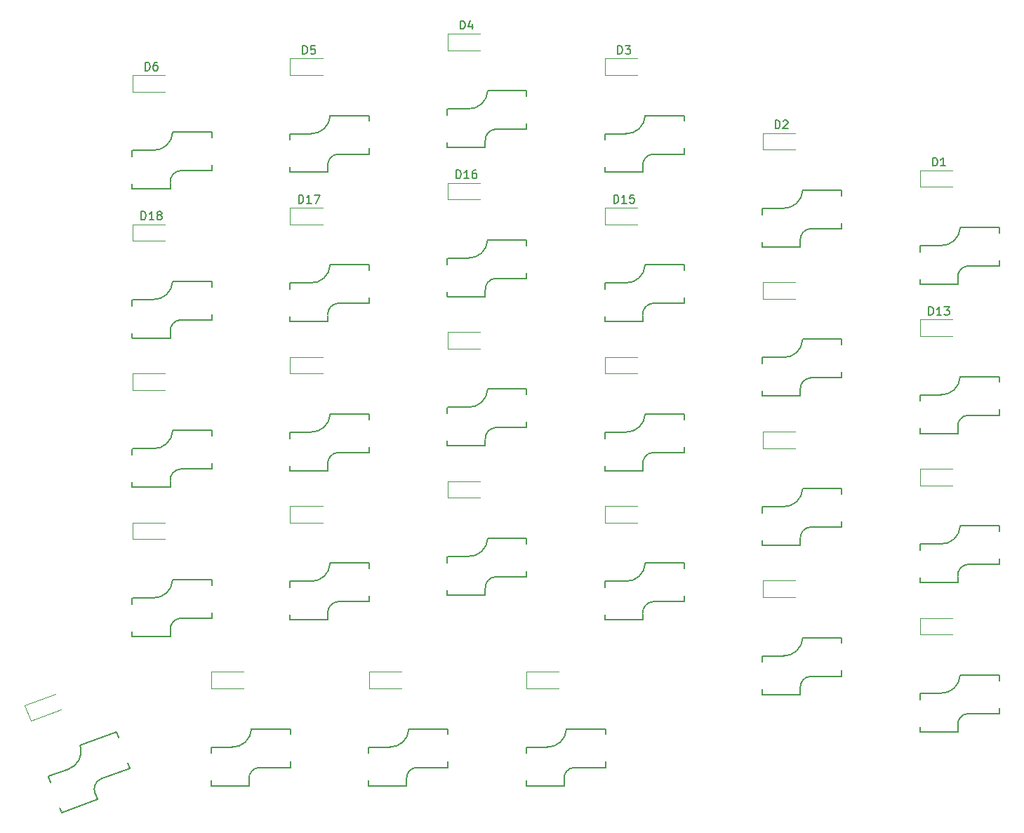
<source format=gbr>
%TF.GenerationSoftware,KiCad,Pcbnew,(6.0.10-0)*%
%TF.CreationDate,2023-01-25T23:07:09+08:00*%
%TF.ProjectId,V4,56342e6b-6963-4616-945f-706362585858,rev?*%
%TF.SameCoordinates,Original*%
%TF.FileFunction,Legend,Top*%
%TF.FilePolarity,Positive*%
%FSLAX46Y46*%
G04 Gerber Fmt 4.6, Leading zero omitted, Abs format (unit mm)*
G04 Created by KiCad (PCBNEW (6.0.10-0)) date 2023-01-25 23:07:09*
%MOMM*%
%LPD*%
G01*
G04 APERTURE LIST*
%ADD10C,0.150000*%
%ADD11C,0.120000*%
G04 APERTURE END LIST*
D10*
%TO.C,D15*%
X207785714Y-72952380D02*
X207785714Y-71952380D01*
X208023809Y-71952380D01*
X208166666Y-72000000D01*
X208261904Y-72095238D01*
X208309523Y-72190476D01*
X208357142Y-72380952D01*
X208357142Y-72523809D01*
X208309523Y-72714285D01*
X208261904Y-72809523D01*
X208166666Y-72904761D01*
X208023809Y-72952380D01*
X207785714Y-72952380D01*
X209309523Y-72952380D02*
X208738095Y-72952380D01*
X209023809Y-72952380D02*
X209023809Y-71952380D01*
X208928571Y-72095238D01*
X208833333Y-72190476D01*
X208738095Y-72238095D01*
X210214285Y-71952380D02*
X209738095Y-71952380D01*
X209690476Y-72428571D01*
X209738095Y-72380952D01*
X209833333Y-72333333D01*
X210071428Y-72333333D01*
X210166666Y-72380952D01*
X210214285Y-72428571D01*
X210261904Y-72523809D01*
X210261904Y-72761904D01*
X210214285Y-72857142D01*
X210166666Y-72904761D01*
X210071428Y-72952380D01*
X209833333Y-72952380D01*
X209738095Y-72904761D01*
X209690476Y-72857142D01*
%TO.C,D13*%
X245785714Y-86452380D02*
X245785714Y-85452380D01*
X246023809Y-85452380D01*
X246166666Y-85500000D01*
X246261904Y-85595238D01*
X246309523Y-85690476D01*
X246357142Y-85880952D01*
X246357142Y-86023809D01*
X246309523Y-86214285D01*
X246261904Y-86309523D01*
X246166666Y-86404761D01*
X246023809Y-86452380D01*
X245785714Y-86452380D01*
X247309523Y-86452380D02*
X246738095Y-86452380D01*
X247023809Y-86452380D02*
X247023809Y-85452380D01*
X246928571Y-85595238D01*
X246833333Y-85690476D01*
X246738095Y-85738095D01*
X247642857Y-85452380D02*
X248261904Y-85452380D01*
X247928571Y-85833333D01*
X248071428Y-85833333D01*
X248166666Y-85880952D01*
X248214285Y-85928571D01*
X248261904Y-86023809D01*
X248261904Y-86261904D01*
X248214285Y-86357142D01*
X248166666Y-86404761D01*
X248071428Y-86452380D01*
X247785714Y-86452380D01*
X247690476Y-86404761D01*
X247642857Y-86357142D01*
%TO.C,D18*%
X150785714Y-74952380D02*
X150785714Y-73952380D01*
X151023809Y-73952380D01*
X151166666Y-74000000D01*
X151261904Y-74095238D01*
X151309523Y-74190476D01*
X151357142Y-74380952D01*
X151357142Y-74523809D01*
X151309523Y-74714285D01*
X151261904Y-74809523D01*
X151166666Y-74904761D01*
X151023809Y-74952380D01*
X150785714Y-74952380D01*
X152309523Y-74952380D02*
X151738095Y-74952380D01*
X152023809Y-74952380D02*
X152023809Y-73952380D01*
X151928571Y-74095238D01*
X151833333Y-74190476D01*
X151738095Y-74238095D01*
X152880952Y-74380952D02*
X152785714Y-74333333D01*
X152738095Y-74285714D01*
X152690476Y-74190476D01*
X152690476Y-74142857D01*
X152738095Y-74047619D01*
X152785714Y-74000000D01*
X152880952Y-73952380D01*
X153071428Y-73952380D01*
X153166666Y-74000000D01*
X153214285Y-74047619D01*
X153261904Y-74142857D01*
X153261904Y-74190476D01*
X153214285Y-74285714D01*
X153166666Y-74333333D01*
X153071428Y-74380952D01*
X152880952Y-74380952D01*
X152785714Y-74428571D01*
X152738095Y-74476190D01*
X152690476Y-74571428D01*
X152690476Y-74761904D01*
X152738095Y-74857142D01*
X152785714Y-74904761D01*
X152880952Y-74952380D01*
X153071428Y-74952380D01*
X153166666Y-74904761D01*
X153214285Y-74857142D01*
X153261904Y-74761904D01*
X153261904Y-74571428D01*
X153214285Y-74476190D01*
X153166666Y-74428571D01*
X153071428Y-74380952D01*
%TO.C,D1*%
X246261904Y-68452380D02*
X246261904Y-67452380D01*
X246500000Y-67452380D01*
X246642857Y-67500000D01*
X246738095Y-67595238D01*
X246785714Y-67690476D01*
X246833333Y-67880952D01*
X246833333Y-68023809D01*
X246785714Y-68214285D01*
X246738095Y-68309523D01*
X246642857Y-68404761D01*
X246500000Y-68452380D01*
X246261904Y-68452380D01*
X247785714Y-68452380D02*
X247214285Y-68452380D01*
X247500000Y-68452380D02*
X247500000Y-67452380D01*
X247404761Y-67595238D01*
X247309523Y-67690476D01*
X247214285Y-67738095D01*
%TO.C,D2*%
X227261904Y-63952380D02*
X227261904Y-62952380D01*
X227500000Y-62952380D01*
X227642857Y-63000000D01*
X227738095Y-63095238D01*
X227785714Y-63190476D01*
X227833333Y-63380952D01*
X227833333Y-63523809D01*
X227785714Y-63714285D01*
X227738095Y-63809523D01*
X227642857Y-63904761D01*
X227500000Y-63952380D01*
X227261904Y-63952380D01*
X228214285Y-63047619D02*
X228261904Y-63000000D01*
X228357142Y-62952380D01*
X228595238Y-62952380D01*
X228690476Y-63000000D01*
X228738095Y-63047619D01*
X228785714Y-63142857D01*
X228785714Y-63238095D01*
X228738095Y-63380952D01*
X228166666Y-63952380D01*
X228785714Y-63952380D01*
%TO.C,D16*%
X188785714Y-69952380D02*
X188785714Y-68952380D01*
X189023809Y-68952380D01*
X189166666Y-69000000D01*
X189261904Y-69095238D01*
X189309523Y-69190476D01*
X189357142Y-69380952D01*
X189357142Y-69523809D01*
X189309523Y-69714285D01*
X189261904Y-69809523D01*
X189166666Y-69904761D01*
X189023809Y-69952380D01*
X188785714Y-69952380D01*
X190309523Y-69952380D02*
X189738095Y-69952380D01*
X190023809Y-69952380D02*
X190023809Y-68952380D01*
X189928571Y-69095238D01*
X189833333Y-69190476D01*
X189738095Y-69238095D01*
X191166666Y-68952380D02*
X190976190Y-68952380D01*
X190880952Y-69000000D01*
X190833333Y-69047619D01*
X190738095Y-69190476D01*
X190690476Y-69380952D01*
X190690476Y-69761904D01*
X190738095Y-69857142D01*
X190785714Y-69904761D01*
X190880952Y-69952380D01*
X191071428Y-69952380D01*
X191166666Y-69904761D01*
X191214285Y-69857142D01*
X191261904Y-69761904D01*
X191261904Y-69523809D01*
X191214285Y-69428571D01*
X191166666Y-69380952D01*
X191071428Y-69333333D01*
X190880952Y-69333333D01*
X190785714Y-69380952D01*
X190738095Y-69428571D01*
X190690476Y-69523809D01*
%TO.C,D4*%
X189261904Y-51952380D02*
X189261904Y-50952380D01*
X189500000Y-50952380D01*
X189642857Y-51000000D01*
X189738095Y-51095238D01*
X189785714Y-51190476D01*
X189833333Y-51380952D01*
X189833333Y-51523809D01*
X189785714Y-51714285D01*
X189738095Y-51809523D01*
X189642857Y-51904761D01*
X189500000Y-51952380D01*
X189261904Y-51952380D01*
X190690476Y-51285714D02*
X190690476Y-51952380D01*
X190452380Y-50904761D02*
X190214285Y-51619047D01*
X190833333Y-51619047D01*
%TO.C,D3*%
X208261904Y-54952380D02*
X208261904Y-53952380D01*
X208500000Y-53952380D01*
X208642857Y-54000000D01*
X208738095Y-54095238D01*
X208785714Y-54190476D01*
X208833333Y-54380952D01*
X208833333Y-54523809D01*
X208785714Y-54714285D01*
X208738095Y-54809523D01*
X208642857Y-54904761D01*
X208500000Y-54952380D01*
X208261904Y-54952380D01*
X209166666Y-53952380D02*
X209785714Y-53952380D01*
X209452380Y-54333333D01*
X209595238Y-54333333D01*
X209690476Y-54380952D01*
X209738095Y-54428571D01*
X209785714Y-54523809D01*
X209785714Y-54761904D01*
X209738095Y-54857142D01*
X209690476Y-54904761D01*
X209595238Y-54952380D01*
X209309523Y-54952380D01*
X209214285Y-54904761D01*
X209166666Y-54857142D01*
%TO.C,D6*%
X151261904Y-56952380D02*
X151261904Y-55952380D01*
X151500000Y-55952380D01*
X151642857Y-56000000D01*
X151738095Y-56095238D01*
X151785714Y-56190476D01*
X151833333Y-56380952D01*
X151833333Y-56523809D01*
X151785714Y-56714285D01*
X151738095Y-56809523D01*
X151642857Y-56904761D01*
X151500000Y-56952380D01*
X151261904Y-56952380D01*
X152690476Y-55952380D02*
X152500000Y-55952380D01*
X152404761Y-56000000D01*
X152357142Y-56047619D01*
X152261904Y-56190476D01*
X152214285Y-56380952D01*
X152214285Y-56761904D01*
X152261904Y-56857142D01*
X152309523Y-56904761D01*
X152404761Y-56952380D01*
X152595238Y-56952380D01*
X152690476Y-56904761D01*
X152738095Y-56857142D01*
X152785714Y-56761904D01*
X152785714Y-56523809D01*
X152738095Y-56428571D01*
X152690476Y-56380952D01*
X152595238Y-56333333D01*
X152404761Y-56333333D01*
X152309523Y-56380952D01*
X152261904Y-56428571D01*
X152214285Y-56523809D01*
%TO.C,D17*%
X169785714Y-72952380D02*
X169785714Y-71952380D01*
X170023809Y-71952380D01*
X170166666Y-72000000D01*
X170261904Y-72095238D01*
X170309523Y-72190476D01*
X170357142Y-72380952D01*
X170357142Y-72523809D01*
X170309523Y-72714285D01*
X170261904Y-72809523D01*
X170166666Y-72904761D01*
X170023809Y-72952380D01*
X169785714Y-72952380D01*
X171309523Y-72952380D02*
X170738095Y-72952380D01*
X171023809Y-72952380D02*
X171023809Y-71952380D01*
X170928571Y-72095238D01*
X170833333Y-72190476D01*
X170738095Y-72238095D01*
X171642857Y-71952380D02*
X172309523Y-71952380D01*
X171880952Y-72952380D01*
%TO.C,D5*%
X170261904Y-54952378D02*
X170261904Y-53952378D01*
X170500000Y-53952378D01*
X170642857Y-53999998D01*
X170738095Y-54095236D01*
X170785714Y-54190474D01*
X170833333Y-54380950D01*
X170833333Y-54523807D01*
X170785714Y-54714283D01*
X170738095Y-54809521D01*
X170642857Y-54904759D01*
X170500000Y-54952378D01*
X170261904Y-54952378D01*
X171738095Y-53952378D02*
X171261904Y-53952378D01*
X171214285Y-54428569D01*
X171261904Y-54380950D01*
X171357142Y-54333331D01*
X171595238Y-54333331D01*
X171690476Y-54380950D01*
X171738095Y-54428569D01*
X171785714Y-54523807D01*
X171785714Y-54761902D01*
X171738095Y-54857140D01*
X171690476Y-54904759D01*
X171595238Y-54952378D01*
X171357142Y-54952378D01*
X171261904Y-54904759D01*
X171214285Y-54857140D01*
%TO.C,SW51*%
X206775000Y-140334000D02*
X206775000Y-141025000D01*
X197200000Y-139318000D02*
X197200000Y-139318000D01*
X206775000Y-136375000D02*
X206775000Y-137032000D01*
X202075000Y-136375000D02*
X206775000Y-136375000D01*
X197200000Y-138600000D02*
X197200000Y-139318000D01*
X201780000Y-142500000D02*
X201780000Y-143200000D01*
X197200000Y-142620000D02*
X197200000Y-143200000D01*
X197225000Y-138575000D02*
X199775000Y-138575000D01*
X197225000Y-143225000D02*
X201775000Y-143225000D01*
X203000000Y-141025000D02*
X206775000Y-141025000D01*
X203000000Y-141030000D02*
G75*
G03*
X201780000Y-142450000I100000J-1320000D01*
G01*
X199700000Y-138570000D02*
G75*
G03*
X202070000Y-136400000I100000J2270000D01*
G01*
D11*
%TO.C,D27*%
X206750000Y-91500000D02*
X206750000Y-93500000D01*
X206750000Y-93500000D02*
X210650000Y-93500000D01*
X206750000Y-91500000D02*
X210650000Y-91500000D01*
D10*
%TO.C,SW15*%
X212500000Y-85030000D02*
G75*
G03*
X211280000Y-86450000I100000J-1320000D01*
G01*
X209200000Y-82570000D02*
G75*
G03*
X211570000Y-80400000I100000J2270000D01*
G01*
X206725000Y-87225000D02*
X211275000Y-87225000D01*
X206700000Y-82600000D02*
X206700000Y-83318000D01*
X211280000Y-86500000D02*
X211280000Y-87200000D01*
X206700000Y-83318000D02*
X206700000Y-83318000D01*
X212500000Y-85025000D02*
X216275000Y-85025000D01*
X211575000Y-80375000D02*
X216275000Y-80375000D01*
X216275000Y-80375000D02*
X216275000Y-81032000D01*
X216275000Y-84334000D02*
X216275000Y-85025000D01*
X206700000Y-86620000D02*
X206700000Y-87200000D01*
X206725000Y-82575000D02*
X209275000Y-82575000D01*
D11*
%TO.C,D15*%
X206750000Y-75500000D02*
X210650000Y-75500000D01*
X206750000Y-73500000D02*
X206750000Y-75500000D01*
X206750000Y-73500000D02*
X210650000Y-73500000D01*
%TO.C,D37*%
X244750000Y-123000000D02*
X244750000Y-125000000D01*
X244750000Y-125000000D02*
X248650000Y-125000000D01*
X244750000Y-123000000D02*
X248650000Y-123000000D01*
%TO.C,D52*%
X178250000Y-129500000D02*
X182150000Y-129500000D01*
X178250000Y-129500000D02*
X178250000Y-131500000D01*
X178250000Y-131500000D02*
X182150000Y-131500000D01*
D10*
%TO.C,SW26*%
X225700000Y-109600000D02*
X225700000Y-110318000D01*
X231500000Y-112025000D02*
X235275000Y-112025000D01*
X235275000Y-107375000D02*
X235275000Y-108032000D01*
X230575000Y-107375000D02*
X235275000Y-107375000D01*
X230280000Y-113500000D02*
X230280000Y-114200000D01*
X225700000Y-110318000D02*
X225700000Y-110318000D01*
X235275000Y-111334000D02*
X235275000Y-112025000D01*
X225725000Y-114225000D02*
X230275000Y-114225000D01*
X225700000Y-113620000D02*
X225700000Y-114200000D01*
X225725000Y-109575000D02*
X228275000Y-109575000D01*
X228200000Y-109570000D02*
G75*
G03*
X230570000Y-107400000I100000J2270000D01*
G01*
X231500000Y-112030000D02*
G75*
G03*
X230280000Y-113450000I100000J-1320000D01*
G01*
%TO.C,SW38*%
X231500000Y-130025000D02*
X235275000Y-130025000D01*
X225700000Y-131620000D02*
X225700000Y-132200000D01*
X230280000Y-131500000D02*
X230280000Y-132200000D01*
X235275000Y-129334000D02*
X235275000Y-130025000D01*
X230575000Y-125375000D02*
X235275000Y-125375000D01*
X225725000Y-132225000D02*
X230275000Y-132225000D01*
X235275000Y-125375000D02*
X235275000Y-126032000D01*
X225700000Y-127600000D02*
X225700000Y-128318000D01*
X225700000Y-128318000D02*
X225700000Y-128318000D01*
X225725000Y-127575000D02*
X228275000Y-127575000D01*
X231500000Y-130030000D02*
G75*
G03*
X230280000Y-131450000I100000J-1320000D01*
G01*
X228200000Y-127570000D02*
G75*
G03*
X230570000Y-125400000I100000J2270000D01*
G01*
D11*
%TO.C,D54*%
X136743671Y-133529853D02*
X137427712Y-135409238D01*
X137427712Y-135409238D02*
X141092513Y-134075359D01*
X136743671Y-133529853D02*
X140408473Y-132195974D01*
D10*
%TO.C,SW27*%
X206700000Y-100600000D02*
X206700000Y-101318000D01*
X206725000Y-100575000D02*
X209275000Y-100575000D01*
X212500000Y-103025000D02*
X216275000Y-103025000D01*
X216275000Y-98375000D02*
X216275000Y-99032000D01*
X206725000Y-105225000D02*
X211275000Y-105225000D01*
X211280000Y-104500000D02*
X211280000Y-105200000D01*
X206700000Y-104620000D02*
X206700000Y-105200000D01*
X206700000Y-101318000D02*
X206700000Y-101318000D01*
X216275000Y-102334000D02*
X216275000Y-103025000D01*
X211575000Y-98375000D02*
X216275000Y-98375000D01*
X209200000Y-100570000D02*
G75*
G03*
X211570000Y-98400000I100000J2270000D01*
G01*
X212500000Y-103030000D02*
G75*
G03*
X211280000Y-104450000I100000J-1320000D01*
G01*
D11*
%TO.C,D53*%
X159250000Y-129500000D02*
X163150000Y-129500000D01*
X159250000Y-131500000D02*
X163150000Y-131500000D01*
X159250000Y-129500000D02*
X159250000Y-131500000D01*
%TO.C,D39*%
X206750000Y-109500000D02*
X206750000Y-111500000D01*
X206750000Y-111500000D02*
X210650000Y-111500000D01*
X206750000Y-109500000D02*
X210650000Y-109500000D01*
D10*
%TO.C,SW52*%
X183075000Y-136375000D02*
X187775000Y-136375000D01*
X187775000Y-140334000D02*
X187775000Y-141025000D01*
X178200000Y-139318000D02*
X178200000Y-139318000D01*
X187775000Y-136375000D02*
X187775000Y-137032000D01*
X178225000Y-138575000D02*
X180775000Y-138575000D01*
X178200000Y-142620000D02*
X178200000Y-143200000D01*
X178200000Y-138600000D02*
X178200000Y-139318000D01*
X182780000Y-142500000D02*
X182780000Y-143200000D01*
X184000000Y-141025000D02*
X187775000Y-141025000D01*
X178225000Y-143225000D02*
X182775000Y-143225000D01*
X180700000Y-138570000D02*
G75*
G03*
X183070000Y-136400000I100000J2270000D01*
G01*
X184000000Y-141030000D02*
G75*
G03*
X182780000Y-142450000I100000J-1320000D01*
G01*
D11*
%TO.C,D42*%
X149750000Y-111500000D02*
X153650000Y-111500000D01*
X149750000Y-111500000D02*
X149750000Y-113500000D01*
X149750000Y-113500000D02*
X153650000Y-113500000D01*
D10*
%TO.C,SW13*%
X244725000Y-100725000D02*
X249275000Y-100725000D01*
X244725000Y-96075000D02*
X247275000Y-96075000D01*
X254275000Y-97834000D02*
X254275000Y-98525000D01*
X249575000Y-93875000D02*
X254275000Y-93875000D01*
X244700000Y-100120000D02*
X244700000Y-100700000D01*
X244700000Y-96818000D02*
X244700000Y-96818000D01*
X250500000Y-98525000D02*
X254275000Y-98525000D01*
X254275000Y-93875000D02*
X254275000Y-94532000D01*
X244700000Y-96100000D02*
X244700000Y-96818000D01*
X249280000Y-100000000D02*
X249280000Y-100700000D01*
X247200000Y-96070000D02*
G75*
G03*
X249570000Y-93900000I100000J2270000D01*
G01*
X250500000Y-98530000D02*
G75*
G03*
X249280000Y-99950000I100000J-1320000D01*
G01*
D11*
%TO.C,D13*%
X244750000Y-89000000D02*
X248650000Y-89000000D01*
X244750000Y-87000000D02*
X244750000Y-89000000D01*
X244750000Y-87000000D02*
X248650000Y-87000000D01*
D10*
%TO.C,SW42*%
X155500000Y-123025000D02*
X159275000Y-123025000D01*
X149700000Y-124620000D02*
X149700000Y-125200000D01*
X154575000Y-118375000D02*
X159275000Y-118375000D01*
X154280000Y-124500000D02*
X154280000Y-125200000D01*
X149725000Y-125225000D02*
X154275000Y-125225000D01*
X159275000Y-118375000D02*
X159275000Y-119032000D01*
X149700000Y-121318000D02*
X149700000Y-121318000D01*
X149725000Y-120575000D02*
X152275000Y-120575000D01*
X149700000Y-120600000D02*
X149700000Y-121318000D01*
X159275000Y-122334000D02*
X159275000Y-123025000D01*
X152200000Y-120570000D02*
G75*
G03*
X154570000Y-118400000I100000J2270000D01*
G01*
X155500000Y-123030000D02*
G75*
G03*
X154280000Y-124450000I100000J-1320000D01*
G01*
%TO.C,SW14*%
X228200000Y-91570000D02*
G75*
G03*
X230570000Y-89400000I100000J2270000D01*
G01*
X231500000Y-94030000D02*
G75*
G03*
X230280000Y-95450000I100000J-1320000D01*
G01*
X225700000Y-92318000D02*
X225700000Y-92318000D01*
X225725000Y-91575000D02*
X228275000Y-91575000D01*
X231500000Y-94025000D02*
X235275000Y-94025000D01*
X225725000Y-96225000D02*
X230275000Y-96225000D01*
X230280000Y-95500000D02*
X230280000Y-96200000D01*
X230575000Y-89375000D02*
X235275000Y-89375000D01*
X225700000Y-95620000D02*
X225700000Y-96200000D01*
X225700000Y-91600000D02*
X225700000Y-92318000D01*
X235275000Y-93334000D02*
X235275000Y-94025000D01*
X235275000Y-89375000D02*
X235275000Y-90032000D01*
D11*
%TO.C,D26*%
X225750000Y-102500000D02*
X229650000Y-102500000D01*
X225750000Y-100500000D02*
X229650000Y-100500000D01*
X225750000Y-100500000D02*
X225750000Y-102500000D01*
D10*
%TO.C,SW53*%
X159199996Y-138600000D02*
X159199996Y-139318000D01*
X168774996Y-136375000D02*
X168774996Y-137032000D01*
X168774996Y-140334000D02*
X168774996Y-141025000D01*
X164074996Y-136375000D02*
X168774996Y-136375000D01*
X163779996Y-142500000D02*
X163779996Y-143200000D01*
X159199996Y-139318000D02*
X159199996Y-139318000D01*
X159224996Y-143225000D02*
X163774996Y-143225000D01*
X159199996Y-142620000D02*
X159199996Y-143200000D01*
X159224996Y-138575000D02*
X161774996Y-138575000D01*
X164999996Y-141025000D02*
X168774996Y-141025000D01*
X161699996Y-138570000D02*
G75*
G03*
X164069996Y-136400000I100000J2270000D01*
G01*
X164999996Y-141030000D02*
G75*
G03*
X163779996Y-142450000I100000J-1320000D01*
G01*
%TO.C,SW40*%
X187725000Y-120225000D02*
X192275000Y-120225000D01*
X192575000Y-113375000D02*
X197275000Y-113375000D01*
X187725000Y-115575000D02*
X190275000Y-115575000D01*
X187700000Y-119620000D02*
X187700000Y-120200000D01*
X197275000Y-117334000D02*
X197275000Y-118025000D01*
X187700000Y-115600000D02*
X187700000Y-116318000D01*
X187700000Y-116318000D02*
X187700000Y-116318000D01*
X193500000Y-118025000D02*
X197275000Y-118025000D01*
X197275000Y-113375000D02*
X197275000Y-114032000D01*
X192280000Y-119500000D02*
X192280000Y-120200000D01*
X190200000Y-115570000D02*
G75*
G03*
X192570000Y-113400000I100000J2270000D01*
G01*
X193500000Y-118030000D02*
G75*
G03*
X192280000Y-119450000I100000J-1320000D01*
G01*
%TO.C,SW41*%
X168725000Y-118575000D02*
X171275000Y-118575000D01*
X178275000Y-116375000D02*
X178275000Y-117032000D01*
X168700000Y-119318000D02*
X168700000Y-119318000D01*
X173575000Y-116375000D02*
X178275000Y-116375000D01*
X174500000Y-121025000D02*
X178275000Y-121025000D01*
X168700000Y-122620000D02*
X168700000Y-123200000D01*
X178275000Y-120334000D02*
X178275000Y-121025000D01*
X168700000Y-118600000D02*
X168700000Y-119318000D01*
X173280000Y-122500000D02*
X173280000Y-123200000D01*
X168725000Y-123225000D02*
X173275000Y-123225000D01*
X171200000Y-118570000D02*
G75*
G03*
X173570000Y-116400000I100000J2270000D01*
G01*
X174500000Y-121030000D02*
G75*
G03*
X173280000Y-122450000I100000J-1320000D01*
G01*
D11*
%TO.C,D14*%
X225750000Y-82500000D02*
X229650000Y-82500000D01*
X225750000Y-84500000D02*
X229650000Y-84500000D01*
X225750000Y-82500000D02*
X225750000Y-84500000D01*
D10*
%TO.C,SW39*%
X206700000Y-118600000D02*
X206700000Y-119318000D01*
X206700000Y-122620000D02*
X206700000Y-123200000D01*
X206725000Y-123225000D02*
X211275000Y-123225000D01*
X216275000Y-116375000D02*
X216275000Y-117032000D01*
X206700000Y-119318000D02*
X206700000Y-119318000D01*
X211575000Y-116375000D02*
X216275000Y-116375000D01*
X206725000Y-118575000D02*
X209275000Y-118575000D01*
X216275000Y-120334000D02*
X216275000Y-121025000D01*
X211280000Y-122500000D02*
X211280000Y-123200000D01*
X212500000Y-121025000D02*
X216275000Y-121025000D01*
X212500000Y-121030000D02*
G75*
G03*
X211280000Y-122450000I100000J-1320000D01*
G01*
X209200000Y-118570000D02*
G75*
G03*
X211570000Y-116400000I100000J2270000D01*
G01*
D11*
%TO.C,D40*%
X187750000Y-106500000D02*
X191650000Y-106500000D01*
X187750000Y-106500000D02*
X187750000Y-108500000D01*
X187750000Y-108500000D02*
X191650000Y-108500000D01*
%TO.C,D51*%
X197250000Y-129500000D02*
X201150000Y-129500000D01*
X197250000Y-131500000D02*
X201150000Y-131500000D01*
X197250000Y-129500000D02*
X197250000Y-131500000D01*
D10*
%TO.C,SW25*%
X254275000Y-115834000D02*
X254275000Y-116525000D01*
X254275000Y-111875000D02*
X254275000Y-112532000D01*
X249280000Y-118000000D02*
X249280000Y-118700000D01*
X244725000Y-118725000D02*
X249275000Y-118725000D01*
X250500000Y-116525000D02*
X254275000Y-116525000D01*
X244700000Y-118120000D02*
X244700000Y-118700000D01*
X249575000Y-111875000D02*
X254275000Y-111875000D01*
X244700000Y-114100000D02*
X244700000Y-114818000D01*
X244725000Y-114075000D02*
X247275000Y-114075000D01*
X244700000Y-114818000D02*
X244700000Y-114818000D01*
X250500000Y-116530000D02*
G75*
G03*
X249280000Y-117950000I100000J-1320000D01*
G01*
X247200000Y-114070000D02*
G75*
G03*
X249570000Y-111900000I100000J2270000D01*
G01*
D11*
%TO.C,D25*%
X244750000Y-107000000D02*
X248650000Y-107000000D01*
X244750000Y-105000000D02*
X248650000Y-105000000D01*
X244750000Y-105000000D02*
X244750000Y-107000000D01*
D10*
%TO.C,SW54*%
X143419986Y-138375375D02*
X147836542Y-136767881D01*
X141205315Y-146471068D02*
X145480916Y-144914876D01*
X145879596Y-142428578D02*
X149426935Y-141137451D01*
X149190599Y-140488124D02*
X149426935Y-141137451D01*
X139614921Y-142101497D02*
X142011137Y-141229346D01*
X147836542Y-136767881D02*
X148061249Y-137385259D01*
X145237650Y-144231889D02*
X145477064Y-144889674D01*
X139599979Y-142133540D02*
X139845550Y-142808239D01*
X140974900Y-145911104D02*
X141173272Y-146456126D01*
X139845550Y-142808239D02*
X139845550Y-142808239D01*
X145881306Y-142433276D02*
G75*
G03*
X145220549Y-144184904I545435J-1206192D01*
G01*
X141938950Y-141250298D02*
G75*
G03*
X143423838Y-138400578I-682416J2167304D01*
G01*
%TO.C,SW37*%
X244725000Y-132075000D02*
X247275000Y-132075000D01*
X244700000Y-136120000D02*
X244700000Y-136700000D01*
X244700000Y-132818000D02*
X244700000Y-132818000D01*
X254275000Y-133834000D02*
X254275000Y-134525000D01*
X249575000Y-129875000D02*
X254275000Y-129875000D01*
X250500000Y-134525000D02*
X254275000Y-134525000D01*
X254275000Y-129875000D02*
X254275000Y-130532000D01*
X244700000Y-132100000D02*
X244700000Y-132818000D01*
X249280000Y-136000000D02*
X249280000Y-136700000D01*
X244725000Y-136725000D02*
X249275000Y-136725000D01*
X247200000Y-132070000D02*
G75*
G03*
X249570000Y-129900000I100000J2270000D01*
G01*
X250500000Y-134530000D02*
G75*
G03*
X249280000Y-135950000I100000J-1320000D01*
G01*
D11*
%TO.C,D38*%
X225750000Y-120500000D02*
X229650000Y-120500000D01*
X225750000Y-118500000D02*
X225750000Y-120500000D01*
X225750000Y-118500000D02*
X229650000Y-118500000D01*
%TO.C,D41*%
X168750000Y-109500000D02*
X172650000Y-109500000D01*
X168750000Y-109500000D02*
X168750000Y-111500000D01*
X168750000Y-111500000D02*
X172650000Y-111500000D01*
D10*
%TO.C,SW17*%
X168725000Y-87225000D02*
X173275000Y-87225000D01*
X173280000Y-86500000D02*
X173280000Y-87200000D01*
X168725000Y-82575000D02*
X171275000Y-82575000D01*
X178275000Y-80375000D02*
X178275000Y-81032000D01*
X178275000Y-84334000D02*
X178275000Y-85025000D01*
X173575000Y-80375000D02*
X178275000Y-80375000D01*
X168700000Y-83318000D02*
X168700000Y-83318000D01*
X168700000Y-82600000D02*
X168700000Y-83318000D01*
X174500000Y-85025000D02*
X178275000Y-85025000D01*
X168700000Y-86620000D02*
X168700000Y-87200000D01*
X171200000Y-82570000D02*
G75*
G03*
X173570000Y-80400000I100000J2270000D01*
G01*
X174500000Y-85030000D02*
G75*
G03*
X173280000Y-86450000I100000J-1320000D01*
G01*
%TO.C,SW29*%
X168700000Y-101318000D02*
X168700000Y-101318000D01*
X173575000Y-98375000D02*
X178275000Y-98375000D01*
X168700000Y-104620000D02*
X168700000Y-105200000D01*
X168725000Y-105225000D02*
X173275000Y-105225000D01*
X173280000Y-104500000D02*
X173280000Y-105200000D01*
X178275000Y-98375000D02*
X178275000Y-99032000D01*
X168700000Y-100600000D02*
X168700000Y-101318000D01*
X178275000Y-102334000D02*
X178275000Y-103025000D01*
X174500000Y-103025000D02*
X178275000Y-103025000D01*
X168725000Y-100575000D02*
X171275000Y-100575000D01*
X174500000Y-103030000D02*
G75*
G03*
X173280000Y-104450000I100000J-1320000D01*
G01*
X171200000Y-100570000D02*
G75*
G03*
X173570000Y-98400000I100000J2270000D01*
G01*
D11*
%TO.C,D18*%
X149750000Y-75500000D02*
X149750000Y-77500000D01*
X149750000Y-77500000D02*
X153650000Y-77500000D01*
X149750000Y-75500000D02*
X153650000Y-75500000D01*
%TO.C,D1*%
X244750000Y-69000000D02*
X244750000Y-71000000D01*
X244750000Y-71000000D02*
X248650000Y-71000000D01*
X244750000Y-69000000D02*
X248650000Y-69000000D01*
%TO.C,D2*%
X225750000Y-64500000D02*
X225750000Y-66500000D01*
X225750000Y-66500000D02*
X229650000Y-66500000D01*
X225750000Y-64500000D02*
X229650000Y-64500000D01*
D10*
%TO.C,SW3*%
X206700000Y-68620000D02*
X206700000Y-69200000D01*
X211280000Y-68500000D02*
X211280000Y-69200000D01*
X206700000Y-64600000D02*
X206700000Y-65318000D01*
X206725000Y-64575000D02*
X209275000Y-64575000D01*
X206700000Y-65318000D02*
X206700000Y-65318000D01*
X206725000Y-69225000D02*
X211275000Y-69225000D01*
X212500000Y-67025000D02*
X216275000Y-67025000D01*
X216275000Y-62375000D02*
X216275000Y-63032000D01*
X211575000Y-62375000D02*
X216275000Y-62375000D01*
X216275000Y-66334000D02*
X216275000Y-67025000D01*
X209200000Y-64570000D02*
G75*
G03*
X211570000Y-62400000I100000J2270000D01*
G01*
X212500000Y-67030000D02*
G75*
G03*
X211280000Y-68450000I100000J-1320000D01*
G01*
D11*
%TO.C,D16*%
X187750000Y-70500000D02*
X187750000Y-72500000D01*
X187750000Y-72500000D02*
X191650000Y-72500000D01*
X187750000Y-70500000D02*
X191650000Y-70500000D01*
D10*
%TO.C,SW4*%
X187725000Y-61575003D02*
X190275000Y-61575003D01*
X187700000Y-65620003D02*
X187700000Y-66200003D01*
X197275000Y-59375003D02*
X197275000Y-60032003D01*
X187725000Y-66225003D02*
X192275000Y-66225003D01*
X192575000Y-59375003D02*
X197275000Y-59375003D01*
X187700000Y-61600003D02*
X187700000Y-62318003D01*
X187700000Y-62318003D02*
X187700000Y-62318003D01*
X192280000Y-65500003D02*
X192280000Y-66200003D01*
X197275000Y-63334003D02*
X197275000Y-64025003D01*
X193500000Y-64025003D02*
X197275000Y-64025003D01*
X190200000Y-61570003D02*
G75*
G03*
X192570000Y-59400003I100000J2270000D01*
G01*
X193500000Y-64030003D02*
G75*
G03*
X192280000Y-65450003I100000J-1320000D01*
G01*
D11*
%TO.C,D4*%
X187750000Y-52500000D02*
X187750000Y-54500000D01*
X187750000Y-52500000D02*
X191650000Y-52500000D01*
X187750000Y-54500000D02*
X191650000Y-54500000D01*
%TO.C,D3*%
X206750000Y-55500000D02*
X206750000Y-57500000D01*
X206750000Y-57500000D02*
X210650000Y-57500000D01*
X206750000Y-55500000D02*
X210650000Y-55500000D01*
%TO.C,D30*%
X149750000Y-93500000D02*
X149750000Y-95500000D01*
X149750000Y-95500000D02*
X153650000Y-95500000D01*
X149750000Y-93500000D02*
X153650000Y-93500000D01*
%TO.C,D28*%
X187750000Y-88500000D02*
X187750000Y-90500000D01*
X187750000Y-88500000D02*
X191650000Y-88500000D01*
X187750000Y-90500000D02*
X191650000Y-90500000D01*
%TO.C,D6*%
X149750000Y-57500000D02*
X149750000Y-59500000D01*
X149750000Y-59500000D02*
X153650000Y-59500000D01*
X149750000Y-57500000D02*
X153650000Y-57500000D01*
D10*
%TO.C,SW5*%
X168700000Y-64599998D02*
X168700000Y-65317998D01*
X168725000Y-69224998D02*
X173275000Y-69224998D01*
X168700000Y-65317998D02*
X168700000Y-65317998D01*
X173575000Y-62374998D02*
X178275000Y-62374998D01*
X178275000Y-62374998D02*
X178275000Y-63031998D01*
X173280000Y-68499998D02*
X173280000Y-69199998D01*
X168700000Y-68619998D02*
X168700000Y-69199998D01*
X168725000Y-64574998D02*
X171275000Y-64574998D01*
X174500000Y-67024998D02*
X178275000Y-67024998D01*
X178275000Y-66333998D02*
X178275000Y-67024998D01*
X174500000Y-67029998D02*
G75*
G03*
X173280000Y-68449998I100000J-1320000D01*
G01*
X171200000Y-64569998D02*
G75*
G03*
X173570000Y-62399998I100000J2270000D01*
G01*
%TO.C,SW28*%
X187700000Y-101620000D02*
X187700000Y-102200000D01*
X197275000Y-95375000D02*
X197275000Y-96032000D01*
X187725000Y-102225000D02*
X192275000Y-102225000D01*
X187700000Y-98318000D02*
X187700000Y-98318000D01*
X197275000Y-99334000D02*
X197275000Y-100025000D01*
X193500000Y-100025000D02*
X197275000Y-100025000D01*
X192575000Y-95375000D02*
X197275000Y-95375000D01*
X187725000Y-97575000D02*
X190275000Y-97575000D01*
X192280000Y-101500000D02*
X192280000Y-102200000D01*
X187700000Y-97600000D02*
X187700000Y-98318000D01*
X193500000Y-100030000D02*
G75*
G03*
X192280000Y-101450000I100000J-1320000D01*
G01*
X190200000Y-97570000D02*
G75*
G03*
X192570000Y-95400000I100000J2270000D01*
G01*
%TO.C,SW1*%
X250500000Y-80530000D02*
G75*
G03*
X249280000Y-81950000I100000J-1320000D01*
G01*
X247200000Y-78070000D02*
G75*
G03*
X249570000Y-75900000I100000J2270000D01*
G01*
X244725000Y-82725000D02*
X249275000Y-82725000D01*
X244700000Y-82120000D02*
X244700000Y-82700000D01*
X249575000Y-75875000D02*
X254275000Y-75875000D01*
X250500000Y-80525000D02*
X254275000Y-80525000D01*
X244700000Y-78100000D02*
X244700000Y-78818000D01*
X254275000Y-79834000D02*
X254275000Y-80525000D01*
X244725000Y-78075000D02*
X247275000Y-78075000D01*
X244700000Y-78818000D02*
X244700000Y-78818000D01*
X249280000Y-82000000D02*
X249280000Y-82700000D01*
X254275000Y-75875000D02*
X254275000Y-76532000D01*
%TO.C,SW30*%
X155500000Y-105025000D02*
X159275000Y-105025000D01*
X149700000Y-102600000D02*
X149700000Y-103318000D01*
X149725000Y-102575000D02*
X152275000Y-102575000D01*
X154575000Y-100375000D02*
X159275000Y-100375000D01*
X159275000Y-100375000D02*
X159275000Y-101032000D01*
X149700000Y-106620000D02*
X149700000Y-107200000D01*
X149700000Y-103318000D02*
X149700000Y-103318000D01*
X159275000Y-104334000D02*
X159275000Y-105025000D01*
X149725000Y-107225000D02*
X154275000Y-107225000D01*
X154280000Y-106500000D02*
X154280000Y-107200000D01*
X155500000Y-105030000D02*
G75*
G03*
X154280000Y-106450000I100000J-1320000D01*
G01*
X152200000Y-102570000D02*
G75*
G03*
X154570000Y-100400000I100000J2270000D01*
G01*
%TO.C,SW18*%
X159275000Y-82375000D02*
X159275000Y-83032000D01*
X149725000Y-84575000D02*
X152275000Y-84575000D01*
X154280000Y-88500000D02*
X154280000Y-89200000D01*
X155500000Y-87025000D02*
X159275000Y-87025000D01*
X149725000Y-89225000D02*
X154275000Y-89225000D01*
X149700000Y-85318000D02*
X149700000Y-85318000D01*
X159275000Y-86334000D02*
X159275000Y-87025000D01*
X149700000Y-88620000D02*
X149700000Y-89200000D01*
X154575000Y-82375000D02*
X159275000Y-82375000D01*
X149700000Y-84600000D02*
X149700000Y-85318000D01*
X155500000Y-87030000D02*
G75*
G03*
X154280000Y-88450000I100000J-1320000D01*
G01*
X152200000Y-84570000D02*
G75*
G03*
X154570000Y-82400000I100000J2270000D01*
G01*
D11*
%TO.C,D17*%
X168750000Y-75500000D02*
X172650000Y-75500000D01*
X168750000Y-73500000D02*
X168750000Y-75500000D01*
X168750000Y-73500000D02*
X172650000Y-73500000D01*
D10*
%TO.C,SW6*%
X154280000Y-70500000D02*
X154280000Y-71200000D01*
X149700000Y-70620000D02*
X149700000Y-71200000D01*
X149725000Y-66575000D02*
X152275000Y-66575000D01*
X154575000Y-64375000D02*
X159275000Y-64375000D01*
X149700000Y-66600000D02*
X149700000Y-67318000D01*
X159275000Y-68334000D02*
X159275000Y-69025000D01*
X149725000Y-71225000D02*
X154275000Y-71225000D01*
X155500000Y-69025000D02*
X159275000Y-69025000D01*
X159275000Y-64375000D02*
X159275000Y-65032000D01*
X149700000Y-67318000D02*
X149700000Y-67318000D01*
X155500000Y-69030000D02*
G75*
G03*
X154280000Y-70450000I100000J-1320000D01*
G01*
X152200000Y-66570000D02*
G75*
G03*
X154570000Y-64400000I100000J2270000D01*
G01*
%TO.C,SW2*%
X225700000Y-73600000D02*
X225700000Y-74318000D01*
X235275000Y-75334000D02*
X235275000Y-76025000D01*
X225725000Y-73575000D02*
X228275000Y-73575000D01*
X231500000Y-76025000D02*
X235275000Y-76025000D01*
X235275000Y-71375000D02*
X235275000Y-72032000D01*
X230575000Y-71375000D02*
X235275000Y-71375000D01*
X225700000Y-77620000D02*
X225700000Y-78200000D01*
X230280000Y-77500000D02*
X230280000Y-78200000D01*
X225700000Y-74318000D02*
X225700000Y-74318000D01*
X225725000Y-78225000D02*
X230275000Y-78225000D01*
X231500000Y-76030000D02*
G75*
G03*
X230280000Y-77450000I100000J-1320000D01*
G01*
X228200000Y-73570000D02*
G75*
G03*
X230570000Y-71400000I100000J2270000D01*
G01*
D11*
%TO.C,D29*%
X168750000Y-93500000D02*
X172650000Y-93500000D01*
X168750000Y-91500000D02*
X168750000Y-93500000D01*
X168750000Y-91500000D02*
X172650000Y-91500000D01*
%TO.C,D5*%
X168750000Y-55499998D02*
X168750000Y-57499998D01*
X168750000Y-57499998D02*
X172650000Y-57499998D01*
X168750000Y-55499998D02*
X172650000Y-55499998D01*
D10*
%TO.C,SW16*%
X187700000Y-83620000D02*
X187700000Y-84200000D01*
X187700000Y-80318000D02*
X187700000Y-80318000D01*
X187725000Y-79575000D02*
X190275000Y-79575000D01*
X187725000Y-84225000D02*
X192275000Y-84225000D01*
X197275000Y-77375000D02*
X197275000Y-78032000D01*
X192280000Y-83500000D02*
X192280000Y-84200000D01*
X193500000Y-82025000D02*
X197275000Y-82025000D01*
X192575000Y-77375000D02*
X197275000Y-77375000D01*
X187700000Y-79600000D02*
X187700000Y-80318000D01*
X197275000Y-81334000D02*
X197275000Y-82025000D01*
X193500000Y-82030000D02*
G75*
G03*
X192280000Y-83450000I100000J-1320000D01*
G01*
X190200000Y-79570000D02*
G75*
G03*
X192570000Y-77400000I100000J2270000D01*
G01*
%TD*%
M02*

</source>
